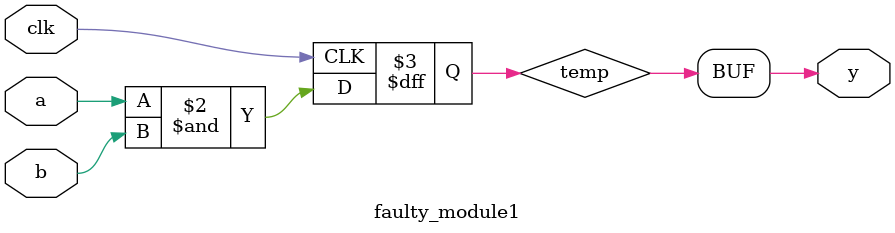
<source format=v>
module faulty_module1 (
    input wire clk,
    input wire a,
    input wire b,
    output wire y
);

    reg temp;

    always @(posedge clk) begin
    temp <= a & b; // Correct procedural assignment
    end
    assign y = temp; // Continuous assignment outside always block

endmodule

</source>
